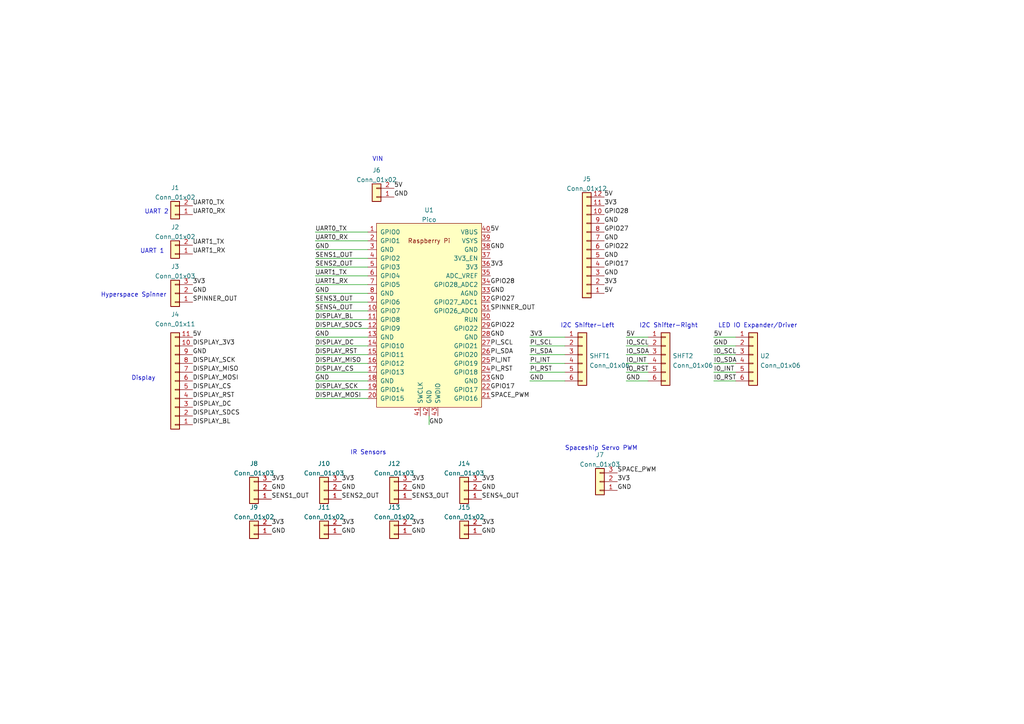
<source format=kicad_sch>
(kicad_sch (version 20211123) (generator eeschema)
  (paper "A4")
  (lib_symbols
    (symbol "Connector_Generic:Conn_01x02" (pin_names (offset 1.016) hide)
      (property "Reference" "J" (at 0 2.54 0))
      (property "Value" "Conn_01x02" (at 0 -5.08 0))
      (symbol "Conn_01x02_1_1"
        (rectangle (start -1.27 -2.413) (end 0 -2.667) (stroke (width 0.1524)))
        (rectangle (start -1.27 0.127) (end 0 -0.127) (stroke (width 0.1524)))
        (rectangle (start -1.27 1.27) (end 1.27 -3.81) (stroke (width 0.254)) (fill (type background)))
        (pin passive line (at -5.08 0 0) (length 3.81) (name "Pin_1") (number "1"))
        (pin passive line (at -5.08 -2.54 0) (length 3.81) (name "Pin_2") (number "2"))
      )
    )
    (symbol "Connector_Generic:Conn_01x03" (pin_names (offset 1.016) hide)
      (property "Reference" "J" (at 0 5.08 0))
      (property "Value" "Conn_01x03" (at 0 -5.08 0))
      (symbol "Conn_01x03_1_1"
        (rectangle (start -1.27 -2.413) (end 0 -2.667) (stroke (width 0.1524)))
        (rectangle (start -1.27 0.127) (end 0 -0.127) (stroke (width 0.1524)))
        (rectangle (start -1.27 2.667) (end 0 2.413) (stroke (width 0.1524)))
        (rectangle (start -1.27 3.81) (end 1.27 -3.81) (stroke (width 0.254)) (fill (type background)))
        (pin passive line (at -5.08 2.54 0) (length 3.81) (name "Pin_1") (number "1"))
        (pin passive line (at -5.08 0 0) (length 3.81) (name "Pin_2") (number "2"))
        (pin passive line (at -5.08 -2.54 0) (length 3.81) (name "Pin_3") (number "3"))
      )
    )
    (symbol "Connector_Generic:Conn_01x06" (pin_names (offset 1.016) hide)
      (property "Reference" "J" (at 0 7.62 0))
      (property "Value" "Conn_01x06" (at 0 -10.16 0))
      (symbol "Conn_01x06_1_1"
        (rectangle (start -1.27 -7.493) (end 0 -7.747) (stroke (width 0.1524)))
        (rectangle (start -1.27 -4.953) (end 0 -5.207) (stroke (width 0.1524)))
        (rectangle (start -1.27 -2.413) (end 0 -2.667) (stroke (width 0.1524)))
        (rectangle (start -1.27 0.127) (end 0 -0.127) (stroke (width 0.1524)))
        (rectangle (start -1.27 2.667) (end 0 2.413) (stroke (width 0.1524)))
        (rectangle (start -1.27 5.207) (end 0 4.953) (stroke (width 0.1524)))
        (rectangle (start -1.27 6.35) (end 1.27 -8.89) (stroke (width 0.254)) (fill (type background)))
        (pin passive line (at -5.08 5.08 0) (length 3.81) (name "Pin_1") (number "1"))
        (pin passive line (at -5.08 2.54 0) (length 3.81) (name "Pin_2") (number "2"))
        (pin passive line (at -5.08 0 0) (length 3.81) (name "Pin_3") (number "3"))
        (pin passive line (at -5.08 -2.54 0) (length 3.81) (name "Pin_4") (number "4"))
        (pin passive line (at -5.08 -5.08 0) (length 3.81) (name "Pin_5") (number "5"))
        (pin passive line (at -5.08 -7.62 0) (length 3.81) (name "Pin_6") (number "6"))
      )
    )
    (symbol "Connector_Generic:Conn_01x11" (pin_names (offset 1.016) hide)
      (property "Reference" "J" (at 0 15.24 0))
      (property "Value" "Conn_01x11" (at 0 -15.24 0))
      (symbol "Conn_01x11_1_1"
        (rectangle (start -1.27 -12.573) (end 0 -12.827) (stroke (width 0.1524)))
        (rectangle (start -1.27 -10.033) (end 0 -10.287) (stroke (width 0.1524)))
        (rectangle (start -1.27 -7.493) (end 0 -7.747) (stroke (width 0.1524)))
        (rectangle (start -1.27 -4.953) (end 0 -5.207) (stroke (width 0.1524)))
        (rectangle (start -1.27 -2.413) (end 0 -2.667) (stroke (width 0.1524)))
        (rectangle (start -1.27 0.127) (end 0 -0.127) (stroke (width 0.1524)))
        (rectangle (start -1.27 2.667) (end 0 2.413) (stroke (width 0.1524)))
        (rectangle (start -1.27 5.207) (end 0 4.953) (stroke (width 0.1524)))
        (rectangle (start -1.27 7.747) (end 0 7.493) (stroke (width 0.1524)))
        (rectangle (start -1.27 10.287) (end 0 10.033) (stroke (width 0.1524)))
        (rectangle (start -1.27 12.827) (end 0 12.573) (stroke (width 0.1524)))
        (rectangle (start -1.27 13.97) (end 1.27 -13.97) (stroke (width 0.254)) (fill (type background)))
        (pin passive line (at -5.08 12.7 0) (length 3.81) (name "Pin_1") (number "1"))
        (pin passive line (at -5.08 -10.16 0) (length 3.81) (name "Pin_10") (number "10"))
        (pin passive line (at -5.08 -12.7 0) (length 3.81) (name "Pin_11") (number "11"))
        (pin passive line (at -5.08 10.16 0) (length 3.81) (name "Pin_2") (number "2"))
        (pin passive line (at -5.08 7.62 0) (length 3.81) (name "Pin_3") (number "3"))
        (pin passive line (at -5.08 5.08 0) (length 3.81) (name "Pin_4") (number "4"))
        (pin passive line (at -5.08 2.54 0) (length 3.81) (name "Pin_5") (number "5"))
        (pin passive line (at -5.08 0 0) (length 3.81) (name "Pin_6") (number "6"))
        (pin passive line (at -5.08 -2.54 0) (length 3.81) (name "Pin_7") (number "7"))
        (pin passive line (at -5.08 -5.08 0) (length 3.81) (name "Pin_8") (number "8"))
        (pin passive line (at -5.08 -7.62 0) (length 3.81) (name "Pin_9") (number "9"))
      )
    )
    (symbol "Connector_Generic:Conn_01x12" (pin_names (offset 1.016) hide)
      (property "Reference" "J" (at 0 15.24 0))
      (property "Value" "Conn_01x12" (at 0 -17.78 0))
      (symbol "Conn_01x12_1_1"
        (rectangle (start -1.27 -15.113) (end 0 -15.367) (stroke (width 0.1524)))
        (rectangle (start -1.27 -12.573) (end 0 -12.827) (stroke (width 0.1524)))
        (rectangle (start -1.27 -10.033) (end 0 -10.287) (stroke (width 0.1524)))
        (rectangle (start -1.27 -7.493) (end 0 -7.747) (stroke (width 0.1524)))
        (rectangle (start -1.27 -4.953) (end 0 -5.207) (stroke (width 0.1524)))
        (rectangle (start -1.27 -2.413) (end 0 -2.667) (stroke (width 0.1524)))
        (rectangle (start -1.27 0.127) (end 0 -0.127) (stroke (width 0.1524)))
        (rectangle (start -1.27 2.667) (end 0 2.413) (stroke (width 0.1524)))
        (rectangle (start -1.27 5.207) (end 0 4.953) (stroke (width 0.1524)))
        (rectangle (start -1.27 7.747) (end 0 7.493) (stroke (width 0.1524)))
        (rectangle (start -1.27 10.287) (end 0 10.033) (stroke (width 0.1524)))
        (rectangle (start -1.27 12.827) (end 0 12.573) (stroke (width 0.1524)))
        (rectangle (start -1.27 13.97) (end 1.27 -16.51) (stroke (width 0.254)) (fill (type background)))
        (pin passive line (at -5.08 12.7 0) (length 3.81) (name "Pin_1") (number "1"))
        (pin passive line (at -5.08 -10.16 0) (length 3.81) (name "Pin_10") (number "10"))
        (pin passive line (at -5.08 -12.7 0) (length 3.81) (name "Pin_11") (number "11"))
        (pin passive line (at -5.08 -15.24 0) (length 3.81) (name "Pin_12") (number "12"))
        (pin passive line (at -5.08 10.16 0) (length 3.81) (name "Pin_2") (number "2"))
        (pin passive line (at -5.08 7.62 0) (length 3.81) (name "Pin_3") (number "3"))
        (pin passive line (at -5.08 5.08 0) (length 3.81) (name "Pin_4") (number "4"))
        (pin passive line (at -5.08 2.54 0) (length 3.81) (name "Pin_5") (number "5"))
        (pin passive line (at -5.08 0 0) (length 3.81) (name "Pin_6") (number "6"))
        (pin passive line (at -5.08 -2.54 0) (length 3.81) (name "Pin_7") (number "7"))
        (pin passive line (at -5.08 -5.08 0) (length 3.81) (name "Pin_8") (number "8"))
        (pin passive line (at -5.08 -7.62 0) (length 3.81) (name "Pin_9") (number "9"))
      )
    )
    (symbol "Raspberry-Pi:Pico" (pin_names (offset 1.016))
      (property "Reference" "U" (at -13.97 27.94 0))
      (property "Value" "Pico" (at 0 19.05 0))
      (symbol "Pico_0_0"
        (text "Raspberry Pi" (at 0 21.59 0) (effects (font (size 1.27 1.27))))
      )
      (symbol "Pico_0_1"
        (rectangle (start -15.24 26.67) (end 15.24 -26.67) (fill (type background)))
      )
      (symbol "Pico_1_1"
        (pin bidirectional line (at -17.78 24.13 0) (length 2.54) (name "GPIO0") (number "1"))
        (pin bidirectional line (at -17.78 1.27 0) (length 2.54) (name "GPIO7") (number "10"))
        (pin bidirectional line (at -17.78 -1.27 0) (length 2.54) (name "GPIO8") (number "11"))
        (pin bidirectional line (at -17.78 -3.81 0) (length 2.54) (name "GPIO9") (number "12"))
        (pin power_in line (at -17.78 -6.35 0) (length 2.54) (name "GND") (number "13"))
        (pin bidirectional line (at -17.78 -8.89 0) (length 2.54) (name "GPIO10") (number "14"))
        (pin bidirectional line (at -17.78 -11.43 0) (length 2.54) (name "GPIO11") (number "15"))
        (pin bidirectional line (at -17.78 -13.97 0) (length 2.54) (name "GPIO12") (number "16"))
        (pin bidirectional line (at -17.78 -16.51 0) (length 2.54) (name "GPIO13") (number "17"))
        (pin power_in line (at -17.78 -19.05 0) (length 2.54) (name "GND") (number "18"))
        (pin bidirectional line (at -17.78 -21.59 0) (length 2.54) (name "GPIO14") (number "19"))
        (pin bidirectional line (at -17.78 21.59 0) (length 2.54) (name "GPIO1") (number "2"))
        (pin bidirectional line (at -17.78 -24.13 0) (length 2.54) (name "GPIO15") (number "20"))
        (pin bidirectional line (at 17.78 -24.13 180) (length 2.54) (name "GPIO16") (number "21"))
        (pin bidirectional line (at 17.78 -21.59 180) (length 2.54) (name "GPIO17") (number "22"))
        (pin power_in line (at 17.78 -19.05 180) (length 2.54) (name "GND") (number "23"))
        (pin bidirectional line (at 17.78 -16.51 180) (length 2.54) (name "GPIO18") (number "24"))
        (pin bidirectional line (at 17.78 -13.97 180) (length 2.54) (name "GPIO19") (number "25"))
        (pin bidirectional line (at 17.78 -11.43 180) (length 2.54) (name "GPIO20") (number "26"))
        (pin bidirectional line (at 17.78 -8.89 180) (length 2.54) (name "GPIO21") (number "27"))
        (pin power_in line (at 17.78 -6.35 180) (length 2.54) (name "GND") (number "28"))
        (pin bidirectional line (at 17.78 -3.81 180) (length 2.54) (name "GPIO22") (number "29"))
        (pin power_in line (at -17.78 19.05 0) (length 2.54) (name "GND") (number "3"))
        (pin input line (at 17.78 -1.27 180) (length 2.54) (name "RUN") (number "30"))
        (pin bidirectional line (at 17.78 1.27 180) (length 2.54) (name "GPIO26_ADC0") (number "31"))
        (pin bidirectional line (at 17.78 3.81 180) (length 2.54) (name "GPIO27_ADC1") (number "32"))
        (pin power_in line (at 17.78 6.35 180) (length 2.54) (name "AGND") (number "33"))
        (pin bidirectional line (at 17.78 8.89 180) (length 2.54) (name "GPIO28_ADC2") (number "34"))
        (pin unspecified line (at 17.78 11.43 180) (length 2.54) (name "ADC_VREF") (number "35"))
        (pin unspecified line (at 17.78 13.97 180) (length 2.54) (name "3V3") (number "36"))
        (pin input line (at 17.78 16.51 180) (length 2.54) (name "3V3_EN") (number "37"))
        (pin bidirectional line (at 17.78 19.05 180) (length 2.54) (name "GND") (number "38"))
        (pin unspecified line (at 17.78 21.59 180) (length 2.54) (name "VSYS") (number "39"))
        (pin bidirectional line (at -17.78 16.51 0) (length 2.54) (name "GPIO2") (number "4"))
        (pin unspecified line (at 17.78 24.13 180) (length 2.54) (name "VBUS") (number "40"))
        (pin input line (at -2.54 -29.21 90) (length 2.54) (name "SWCLK") (number "41"))
        (pin power_in line (at 0 -29.21 90) (length 2.54) (name "GND") (number "42"))
        (pin bidirectional line (at 2.54 -29.21 90) (length 2.54) (name "SWDIO") (number "43"))
        (pin bidirectional line (at -17.78 13.97 0) (length 2.54) (name "GPIO3") (number "5"))
        (pin bidirectional line (at -17.78 11.43 0) (length 2.54) (name "GPIO4") (number "6"))
        (pin bidirectional line (at -17.78 8.89 0) (length 2.54) (name "GPIO5") (number "7"))
        (pin power_in line (at -17.78 6.35 0) (length 2.54) (name "GND") (number "8"))
        (pin bidirectional line (at -17.78 3.81 0) (length 2.54) (name "GPIO6") (number "9"))
      )
    )
  )
  (wire (pts (xy 153.67 100.33) (xy 163.83 100.33)))
  (wire (pts (xy 153.67 105.41) (xy 163.83 105.41)))
  (wire (pts (xy 181.61 97.79) (xy 187.96 97.79)))
  (wire (pts (xy 91.44 97.79) (xy 106.68 97.79)))
  (wire (pts (xy 153.67 107.95) (xy 163.83 107.95)))
  (wire (pts (xy 91.44 102.87) (xy 106.68 102.87)))
  (wire (pts (xy 207.01 110.49) (xy 213.36 110.49)))
  (wire (pts (xy 124.46 120.65) (xy 124.46 123.19)))
  (wire (pts (xy 153.67 102.87) (xy 163.83 102.87)))
  (wire (pts (xy 181.61 100.33) (xy 187.96 100.33)))
  (wire (pts (xy 91.44 107.95) (xy 106.68 107.95)))
  (wire (pts (xy 207.01 105.41) (xy 213.36 105.41)))
  (wire (pts (xy 207.01 97.79) (xy 213.36 97.79)))
  (wire (pts (xy 207.01 107.95) (xy 213.36 107.95)))
  (wire (pts (xy 91.44 95.25) (xy 106.68 95.25)))
  (wire (pts (xy 91.44 67.31) (xy 106.68 67.31)))
  (wire (pts (xy 91.44 80.01) (xy 106.68 80.01)))
  (wire (pts (xy 91.44 105.41) (xy 106.68 105.41)))
  (wire (pts (xy 91.44 92.71) (xy 106.68 92.71)))
  (wire (pts (xy 91.44 74.93) (xy 106.68 74.93)))
  (wire (pts (xy 91.44 90.17) (xy 106.68 90.17)))
  (wire (pts (xy 91.44 100.33) (xy 106.68 100.33)))
  (wire (pts (xy 181.61 107.95) (xy 187.96 107.95)))
  (wire (pts (xy 91.44 77.47) (xy 106.68 77.47)))
  (wire (pts (xy 207.01 100.33) (xy 213.36 100.33)))
  (wire (pts (xy 91.44 72.39) (xy 106.68 72.39)))
  (wire (pts (xy 181.61 105.41) (xy 187.96 105.41)))
  (wire (pts (xy 91.44 85.09) (xy 106.68 85.09)))
  (wire (pts (xy 153.67 110.49) (xy 163.83 110.49)))
  (wire (pts (xy 91.44 69.85) (xy 106.68 69.85)))
  (wire (pts (xy 181.61 110.49) (xy 187.96 110.49)))
  (wire (pts (xy 91.44 110.49) (xy 106.68 110.49)))
  (wire (pts (xy 207.01 102.87) (xy 213.36 102.87)))
  (wire (pts (xy 153.67 97.79) (xy 163.83 97.79)))
  (wire (pts (xy 91.44 82.55) (xy 106.68 82.55)))
  (wire (pts (xy 91.44 87.63) (xy 106.68 87.63)))
  (wire (pts (xy 91.44 115.57) (xy 106.68 115.57)))
  (wire (pts (xy 181.61 102.87) (xy 187.96 102.87)))
  (wire (pts (xy 91.44 113.03) (xy 106.68 113.03)))
  (text "IR Sensors" (at 101.6 132.08 0) (effects (font (size 1.27 1.27)) (justify left bottom)))
  (text "Display" (at 38.1 110.49 0) (effects (font (size 1.27 1.27)) (justify left bottom)))
  (text "I2C Shifter-Right" (at 185.42 95.25 0) (effects (font (size 1.27 1.27)) (justify left bottom)))
  (text "I2C Shifter-Left" (at 162.56 95.25 0) (effects (font (size 1.27 1.27)) (justify left bottom)))
  (text "Hyperspace Spinner" (at 29.21 86.36 0) (effects (font (size 1.27 1.27)) (justify left bottom)))
  (text "Spaceship Servo PWM" (at 163.83 130.81 0) (effects (font (size 1.27 1.27)) (justify left bottom)))
  (text "UART 2" (at 41.91 62.23 0) (effects (font (size 1.27 1.27)) (justify left bottom)))
  (text "LED IO Expander/Driver" (at 208.28 95.25 0) (effects (font (size 1.27 1.27)) (justify left bottom)))
  (text "UART 1" (at 40.64 73.66 0) (effects (font (size 1.27 1.27)) (justify left bottom)))
  (text "VIN" (at 107.95 46.99 0) (effects (font (size 1.27 1.27)) (justify left bottom)))
  (label "DISPLAY_BL" (at 91.44 92.71 0))
  (label "3V3" (at 119.38 139.7 0))
  (label "SENS3_OUT" (at 119.38 144.78 0))
  (label "PI_SCL" (at 153.67 100.33 0))
  (label "SPACE_PWM" (at 179.07 137.16 0))
  (label "3V3" (at 78.74 139.7 0))
  (label "GPIO28" (at 142.24 82.55 0))
  (label "GND" (at 55.88 102.87 0))
  (label "UART0_RX" (at 91.44 69.85 0))
  (label "IO_SDA" (at 181.61 102.87 0))
  (label "GND" (at 207.01 100.33 0))
  (label "SENS4_OUT" (at 91.44 90.17 0))
  (label "DISPLAY_CS" (at 91.44 107.95 0))
  (label "GND" (at 142.24 110.49 0))
  (label "DISPLAY_SDCS" (at 55.88 120.65 0))
  (label "UART0_RX" (at 55.88 62.23 0))
  (label "GND" (at 175.26 64.77 0))
  (label "GND" (at 139.7 142.24 0))
  (label "GND" (at 153.67 110.49 0))
  (label "GPIO22" (at 142.24 95.25 0))
  (label "GND" (at 175.26 74.93 0))
  (label "3V3" (at 139.7 139.7 0))
  (label "PI_SCL" (at 142.24 100.33 0))
  (label "GPIO27" (at 175.26 67.31 0))
  (label "3V3" (at 179.07 139.7 0))
  (label "IO_SCL" (at 207.01 102.87 0))
  (label "GPIO17" (at 175.26 77.47 0))
  (label "3V3" (at 119.38 152.4 0))
  (label "GND" (at 119.38 142.24 0))
  (label "GPIO27" (at 142.24 87.63 0))
  (label "PI_INT" (at 142.24 105.41 0))
  (label "DISPLAY_DC" (at 55.88 118.11 0))
  (label "IO_SDA" (at 207.01 105.41 0))
  (label "GND" (at 175.26 80.01 0))
  (label "SPINNER_OUT" (at 55.88 87.63 0))
  (label "GND" (at 142.24 72.39 0))
  (label "5V" (at 175.26 57.15 0))
  (label "5V" (at 181.61 97.79 0))
  (label "GND" (at 91.44 110.49 0))
  (label "DISPLAY_RST" (at 91.44 102.87 0))
  (label "GND" (at 91.44 97.79 0))
  (label "UART0_TX" (at 91.44 67.31 0))
  (label "SENS2_OUT" (at 99.06 144.78 0))
  (label "UART0_TX" (at 55.88 59.69 0))
  (label "3V3" (at 153.67 97.79 0))
  (label "GND" (at 142.24 97.79 0))
  (label "3V3" (at 175.26 59.69 0))
  (label "PI_RST" (at 153.67 107.95 0))
  (label "DISPLAY_MISO" (at 91.44 105.41 0))
  (label "3V3" (at 55.88 82.55 0))
  (label "GND" (at 139.7 154.94 0))
  (label "PI_RST" (at 142.24 107.95 0))
  (label "UART1_RX" (at 55.88 73.66 0))
  (label "IO_RST" (at 207.01 110.49 0))
  (label "DISPLAY_MISO" (at 55.88 107.95 0))
  (label "GND" (at 119.38 154.94 0))
  (label "DISPLAY_SCK" (at 55.88 105.41 0))
  (label "GND" (at 55.88 85.09 0))
  (label "5V" (at 114.3 54.61 0))
  (label "GND" (at 78.74 142.24 0))
  (label "SENS3_OUT" (at 91.44 87.63 0))
  (label "GND" (at 91.44 72.39 0))
  (label "DISPLAY_SDCS" (at 91.44 95.25 0))
  (label "IO_SCL" (at 181.61 100.33 0))
  (label "DISPLAY_3V3" (at 55.88 100.33 0))
  (label "SENS2_OUT" (at 91.44 77.47 0))
  (label "DISPLAY_RST" (at 55.88 115.57 0))
  (label "PI_INT" (at 153.67 105.41 0))
  (label "UART1_TX" (at 55.88 71.12 0))
  (label "GND" (at 179.07 142.24 0))
  (label "GND" (at 181.61 110.49 0))
  (label "PI_SDA" (at 153.67 102.87 0))
  (label "PI_SDA" (at 142.24 102.87 0))
  (label "DISPLAY_CS" (at 55.88 113.03 0))
  (label "GPIO17" (at 142.24 113.03 0))
  (label "GND" (at 99.06 154.94 0))
  (label "GND" (at 99.06 142.24 0))
  (label "GND" (at 175.26 69.85 0))
  (label "3V3" (at 78.74 152.4 0))
  (label "DISPLAY_MOSI" (at 55.88 110.49 0))
  (label "IO_INT" (at 181.61 105.41 0))
  (label "3V3" (at 175.26 82.55 0))
  (label "3V3" (at 139.7 152.4 0))
  (label "UART1_TX" (at 91.44 80.01 0))
  (label "GND" (at 142.24 85.09 0))
  (label "IO_INT" (at 207.01 107.95 0))
  (label "3V3" (at 99.06 152.4 0))
  (label "5V" (at 207.01 97.79 0))
  (label "GND" (at 91.44 85.09 0))
  (label "5V" (at 175.26 85.09 0))
  (label "DISPLAY_MOSI" (at 91.44 115.57 0))
  (label "GPIO22" (at 175.26 72.39 0))
  (label "DISPLAY_DC" (at 91.44 100.33 0))
  (label "GND" (at 124.46 123.19 0))
  (label "SPINNER_OUT" (at 142.24 90.17 0))
  (label "UART1_RX" (at 91.44 82.55 0))
  (label "SENS4_OUT" (at 139.7 144.78 0))
  (label "SENS1_OUT" (at 78.74 144.78 0))
  (label "SENS1_OUT" (at 91.44 74.93 0))
  (label "SPACE_PWM" (at 142.24 115.57 0))
  (label "3V3" (at 99.06 139.7 0))
  (label "GND" (at 114.3 57.15 0))
  (label "3V3" (at 142.24 77.47 0))
  (label "5V" (at 142.24 67.31 0))
  (label "IO_RST" (at 181.61 107.95 0))
  (label "DISPLAY_SCK" (at 91.44 113.03 0))
  (label "GND" (at 78.74 154.94 0))
  (label "DISPLAY_BL" (at 55.88 123.19 0))
  (label "GPIO28" (at 175.26 62.23 0))
  (label "5V" (at 55.88 97.79 0))
  (symbol (lib_id "Connector_Generic:Conn_01x02") (at 73.66 154.94 180) (unit 1)
    (property "Reference" "J9" (at 73.66 147.1635 0))
    (property "Value" "Conn_01x02" (at 73.66 149.9386 0))
    (property "Footprint" "Connector_JST:JST_XH_B2B-XH-A_1x02_P2.50mm_Vertical" (effects hide))
  )
  (symbol (lib_id "Connector_Generic:Conn_01x03") (at 173.99 139.7 180) (unit 1)
    (property "Reference" "J7" (at 173.99 131.9235 0))
    (property "Value" "Conn_01x03" (at 173.99 134.6986 0))
    (property "Footprint" "Connector_PinHeader_2.54mm:PinHeader_1x03_P2.54mm_Vertical" (effects hide))
  )
  (symbol (lib_id "Connector_Generic:Conn_01x12") (at 170.18 72.39 180) (unit 1)
    (property "Reference" "J5" (at 170.18 51.9135 0))
    (property "Value" "Conn_01x12" (at 170.18 54.6886 0))
    (property "Footprint" "TerminalBlock_Phoenix:TerminalBlock_Phoenix_MPT-0,5-12-2.54_1x12_P2.54mm_Horizontal" (effects hide))
  )
  (symbol (lib_id "Connector_Generic:Conn_01x02") (at 50.8 73.66 180) (unit 1)
    (property "Reference" "J2" (at 50.8 65.8835 0))
    (property "Value" "Conn_01x02" (at 50.8 68.6586 0))
    (property "Footprint" "Connector_JST:JST_XH_B2B-XH-A_1x02_P2.50mm_Vertical" (effects hide))
  )
  (symbol (lib_id "Connector_Generic:Conn_01x03") (at 73.66 142.24 180) (unit 1)
    (property "Reference" "J8" (at 73.66 134.4635 0))
    (property "Value" "Conn_01x03" (at 73.66 137.2386 0))
    (property "Footprint" "Connector_JST:JST_XH_B3B-XH-A_1x03_P2.50mm_Vertical" (effects hide))
  )
  (symbol (lib_id "Connector_Generic:Conn_01x02") (at 134.62 154.94 180) (unit 1)
    (property "Reference" "J15" (at 134.62 147.1635 0))
    (property "Value" "Conn_01x02" (at 134.62 149.9386 0))
    (property "Footprint" "Connector_JST:JST_XH_B2B-XH-A_1x02_P2.50mm_Vertical" (effects hide))
  )
  (symbol (lib_id "Raspberry-Pi:Pico") (at 124.46 91.44 0) (unit 1)
    (property "Reference" "U1" (at 124.46 60.9305 0))
    (property "Value" "Pico" (at 124.46 63.7056 0))
    (property "Footprint" "Pi-Pico:RPi_Pico_SMD" (effects hide))
  )
  (symbol (lib_id "Connector_Generic:Conn_01x03") (at 114.3 142.24 180) (unit 1)
    (property "Reference" "J12" (at 114.3 134.4635 0))
    (property "Value" "Conn_01x03" (at 114.3 137.2386 0))
    (property "Footprint" "Connector_JST:JST_XH_B3B-XH-A_1x03_P2.50mm_Vertical" (effects hide))
  )
  (symbol (lib_id "Connector_Generic:Conn_01x02") (at 109.22 57.15 180) (unit 1)
    (property "Reference" "J6" (at 109.22 49.3735 0))
    (property "Value" "Conn_01x02" (at 109.22 52.1486 0))
    (property "Footprint" "TerminalBlock_4Ucon:TerminalBlock_4Ucon_1x02_P3.50mm_Horizontal" (effects hide))
  )
  (symbol (lib_id "Connector_Generic:Conn_01x11") (at 50.8 110.49 180) (unit 1)
    (property "Reference" "J4" (at 50.8 91.2049 0))
    (property "Value" "Conn_01x11" (at 50.8 93.98 0))
    (property "Footprint" "Connector_PinHeader_2.54mm:PinHeader_1x11_P2.54mm_Vertical" (effects hide))
  )
  (symbol (lib_id "Connector_Generic:Conn_01x03") (at 50.8 85.09 180) (unit 1)
    (property "Reference" "J3" (at 50.8 77.3135 0))
    (property "Value" "Conn_01x03" (at 50.8 80.0886 0))
    (property "Footprint" "Connector_JST:JST_XH_B3B-XH-A_1x03_P2.50mm_Vertical" (effects hide))
  )
  (symbol (lib_id "Connector_Generic:Conn_01x06") (at 193.04 102.87 0) (unit 1)
    (property "Reference" "SHFT2" (at 195.072 103.2315 0) (effects (justify left)))
    (property "Value" "Conn_01x06" (at 195.072 106.0066 0) (effects (justify left)))
    (property "Footprint" "Connector_PinHeader_2.54mm:PinHeader_1x06_P2.54mm_Vertical" (effects hide))
  )
  (symbol (lib_id "Connector_Generic:Conn_01x02") (at 114.3 154.94 180) (unit 1)
    (property "Reference" "J13" (at 114.3 147.1635 0))
    (property "Value" "Conn_01x02" (at 114.3 149.9386 0))
    (property "Footprint" "Connector_JST:JST_XH_B2B-XH-A_1x02_P2.50mm_Vertical" (effects hide))
  )
  (symbol (lib_id "Connector_Generic:Conn_01x02") (at 93.98 154.94 180) (unit 1)
    (property "Reference" "J11" (at 93.98 147.1635 0))
    (property "Value" "Conn_01x02" (at 93.98 149.9386 0))
    (property "Footprint" "Connector_JST:JST_XH_B2B-XH-A_1x02_P2.50mm_Vertical" (effects hide))
  )
  (symbol (lib_id "Connector_Generic:Conn_01x03") (at 93.98 142.24 180) (unit 1)
    (property "Reference" "J10" (at 93.98 134.4635 0))
    (property "Value" "Conn_01x03" (at 93.98 137.2386 0))
    (property "Footprint" "Connector_JST:JST_XH_B3B-XH-A_1x03_P2.50mm_Vertical" (effects hide))
  )
  (symbol (lib_id "Connector_Generic:Conn_01x03") (at 134.62 142.24 180) (unit 1)
    (property "Reference" "J14" (at 134.62 134.4635 0))
    (property "Value" "Conn_01x03" (at 134.62 137.2386 0))
    (property "Footprint" "Connector_JST:JST_XH_B3B-XH-A_1x03_P2.50mm_Vertical" (effects hide))
  )
  (symbol (lib_id "Connector_Generic:Conn_01x02") (at 50.8 62.23 180) (unit 1)
    (property "Reference" "J1" (at 50.8 54.4535 0))
    (property "Value" "Conn_01x02" (at 50.8 57.2286 0))
    (property "Footprint" "Connector_JST:JST_XH_B2B-XH-A_1x02_P2.50mm_Vertical" (effects hide))
  )
  (symbol (lib_id "Connector_Generic:Conn_01x06") (at 218.44 102.87 0) (unit 1)
    (property "Reference" "U2" (at 220.472 103.2315 0) (effects (justify left)))
    (property "Value" "Conn_01x06" (at 220.472 106.0066 0) (effects (justify left)))
    (property "Footprint" "Connector_PinHeader_2.54mm:PinHeader_1x06_P2.54mm_Vertical" (effects hide))
  )
  (symbol (lib_id "Connector_Generic:Conn_01x06") (at 168.91 102.87 0) (unit 1)
    (property "Reference" "SHFT1" (at 170.942 103.2315 0) (effects (justify left)))
    (property "Value" "Conn_01x06" (at 170.942 106.0066 0) (effects (justify left)))
    (property "Footprint" "Connector_PinHeader_2.54mm:PinHeader_1x06_P2.54mm_Vertical" (effects hide))
  )
)
</source>
